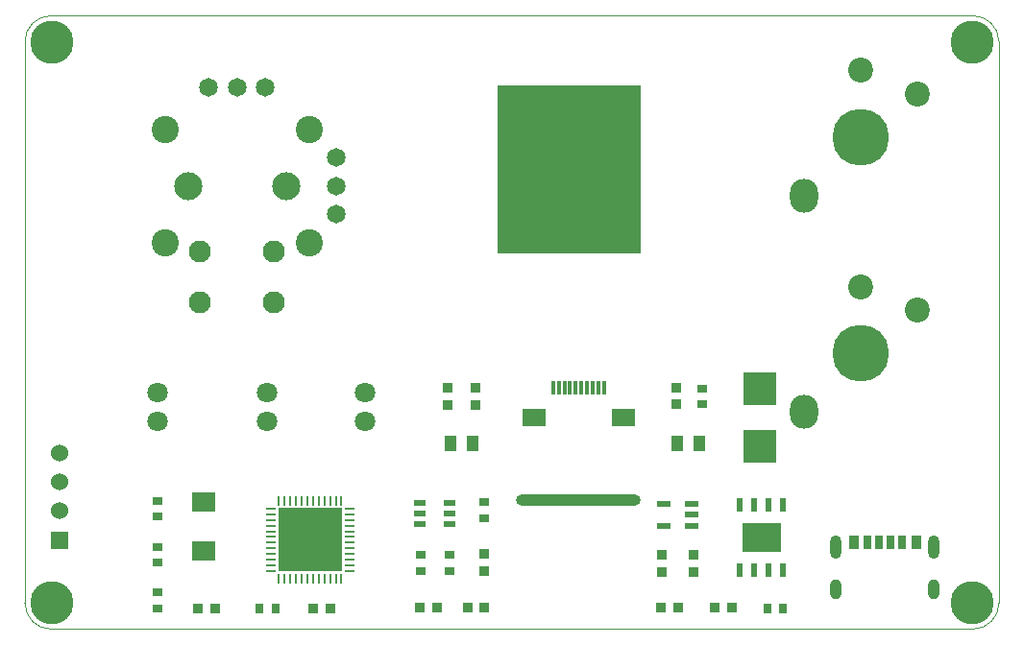
<source format=gbr>
%TF.GenerationSoftware,KiCad,Pcbnew,(6.0.2)*%
%TF.CreationDate,2022-03-14T13:43:41+08:00*%
%TF.ProjectId,game,67616d65-2e6b-4696-9361-645f70636258,0.1*%
%TF.SameCoordinates,Original*%
%TF.FileFunction,Soldermask,Bot*%
%TF.FilePolarity,Negative*%
%FSLAX46Y46*%
G04 Gerber Fmt 4.6, Leading zero omitted, Abs format (unit mm)*
G04 Created by KiCad (PCBNEW (6.0.2)) date 2022-03-14 13:43:41*
%MOMM*%
%LPD*%
G01*
G04 APERTURE LIST*
G04 Aperture macros list*
%AMRoundRect*
0 Rectangle with rounded corners*
0 $1 Rounding radius*
0 $2 $3 $4 $5 $6 $7 $8 $9 X,Y pos of 4 corners*
0 Add a 4 corners polygon primitive as box body*
4,1,4,$2,$3,$4,$5,$6,$7,$8,$9,$2,$3,0*
0 Add four circle primitives for the rounded corners*
1,1,$1+$1,$2,$3*
1,1,$1+$1,$4,$5*
1,1,$1+$1,$6,$7*
1,1,$1+$1,$8,$9*
0 Add four rect primitives between the rounded corners*
20,1,$1+$1,$2,$3,$4,$5,0*
20,1,$1+$1,$4,$5,$6,$7,0*
20,1,$1+$1,$6,$7,$8,$9,0*
20,1,$1+$1,$8,$9,$2,$3,0*%
G04 Aperture macros list end*
%TA.AperFunction,Profile*%
%ADD10C,0.100000*%
%TD*%
%ADD11C,0.010000*%
%ADD12C,3.800000*%
%ADD13C,1.950000*%
%ADD14C,1.650000*%
%ADD15C,2.400000*%
%ADD16C,2.475000*%
%ADD17C,5.000000*%
%ADD18O,2.500000X3.000000*%
%ADD19C,2.200000*%
%ADD20C,1.800000*%
%ADD21C,1.524000*%
%ADD22R,1.524000X1.524000*%
%ADD23R,2.032000X1.778000*%
%ADD24R,0.864000X0.806000*%
%ADD25RoundRect,0.062500X-0.062500X0.375000X-0.062500X-0.375000X0.062500X-0.375000X0.062500X0.375000X0*%
%ADD26RoundRect,0.062500X-0.375000X0.062500X-0.375000X-0.062500X0.375000X-0.062500X0.375000X0.062500X0*%
%ADD27R,5.600000X5.600000*%
%ADD28R,0.900000X0.800000*%
%ADD29O,1.000000X2.100000*%
%ADD30O,1.000000X1.800000*%
%ADD31R,0.700000X1.200000*%
%ADD32R,0.800000X1.200000*%
%ADD33R,0.900000X1.200000*%
%ADD34O,11.000000X1.000000*%
%ADD35R,0.300000X1.300000*%
%ADD36R,2.000000X1.600000*%
%ADD37R,1.150000X0.600000*%
%ADD38R,0.806000X0.864000*%
%ADD39R,1.133000X1.377000*%
%ADD40R,0.800000X0.900000*%
%ADD41R,1.100000X0.600000*%
%ADD42R,0.600000X1.200000*%
%ADD43R,3.500000X2.500000*%
%ADD44R,3.000000X3.000000*%
G04 APERTURE END LIST*
D10*
X109550200Y-123291600D02*
X190830200Y-123291600D01*
X190830200Y-123291600D02*
G75*
G03*
X193116200Y-121005600I0J2286000D01*
G01*
X193116200Y-71475600D02*
X193116200Y-121005600D01*
X107264200Y-71475600D02*
X107264200Y-121005600D01*
X193116200Y-71475600D02*
G75*
G03*
X190830200Y-69189600I-2286000J0D01*
G01*
X109550200Y-69189600D02*
X190830200Y-69189600D01*
X107264200Y-121005600D02*
G75*
G03*
X109550200Y-123291600I2286000J0D01*
G01*
X109550200Y-69189600D02*
G75*
G03*
X107264200Y-71475600I0J-2286000D01*
G01*
D11*
%TO.C,Ref\u002A\u002A*%
X161493200Y-90093800D02*
X148899033Y-90093800D01*
X148899033Y-90093800D02*
X148899033Y-75298300D01*
X148899033Y-75298300D02*
X161493200Y-75298300D01*
X161493200Y-75298300D02*
X161493200Y-90093800D01*
X161493200Y-90093800D02*
X161493200Y-90093800D01*
G36*
X161493200Y-90093800D02*
G01*
X148899033Y-90093800D01*
X148899033Y-75298300D01*
X161493200Y-75298300D01*
X161493200Y-90093800D01*
G37*
X161493200Y-90093800D02*
X148899033Y-90093800D01*
X148899033Y-75298300D01*
X161493200Y-75298300D01*
X161493200Y-90093800D01*
%TD*%
D12*
%TO.C,Mt\u002A\u002A*%
X109601000Y-71526400D03*
%TD*%
%TO.C,Mt\u002A\u002A*%
X190779400Y-71526400D03*
%TD*%
D13*
%TO.C,S1*%
X122716200Y-89965600D03*
D14*
X134696200Y-86715600D03*
X134696200Y-84215600D03*
X134696200Y-81715600D03*
D13*
X122716200Y-94465600D03*
D14*
X128466200Y-75485600D03*
X125966200Y-75485600D03*
X123466200Y-75485600D03*
D13*
X129216200Y-89965600D03*
X129216200Y-94465600D03*
D15*
X119641200Y-89215600D03*
X119641200Y-79215600D03*
X132291200Y-89215600D03*
X132291200Y-79215600D03*
D16*
X121666200Y-84215600D03*
X130266200Y-84215600D03*
%TD*%
D12*
%TO.C,Mt\u002A\u002A*%
X190779400Y-120954800D03*
%TD*%
D17*
%TO.C,S3*%
X180898800Y-98983800D03*
D18*
X175898800Y-104133800D03*
D19*
X180898800Y-93083800D03*
X185898800Y-95183800D03*
%TD*%
D20*
%TO.C,JP1*%
X118948200Y-105003600D03*
X118948200Y-102463600D03*
%TD*%
D12*
%TO.C,Mt\u002A\u002A*%
X109601000Y-120954800D03*
%TD*%
D21*
%TO.C,P1*%
X110312200Y-107797600D03*
X110312200Y-110337600D03*
X110312200Y-112877600D03*
D22*
X110312200Y-115481600D03*
%TD*%
D20*
%TO.C,JP2*%
X137236200Y-102463600D03*
X137236200Y-105003600D03*
%TD*%
D17*
%TO.C,S2*%
X180898800Y-79883000D03*
D18*
X175898800Y-85033000D03*
D19*
X180898800Y-73983000D03*
X185898800Y-76083000D03*
%TD*%
D23*
%TO.C,Y1*%
X123012200Y-116368600D03*
X123012200Y-112050600D03*
%TD*%
D24*
%TO.C,R1*%
X164642800Y-101964600D03*
X164642800Y-103470600D03*
%TD*%
D25*
%TO.C,U1*%
X129660200Y-111980100D03*
X130160200Y-111980100D03*
X130660200Y-111980100D03*
X131160200Y-111980100D03*
X131660200Y-111980100D03*
X132160200Y-111980100D03*
X132660200Y-111980100D03*
X133160200Y-111980100D03*
X133660200Y-111980100D03*
X134160200Y-111980100D03*
X134660200Y-111980100D03*
X135160200Y-111980100D03*
D26*
X135847700Y-112667600D03*
X135847700Y-113167600D03*
X135847700Y-113667600D03*
X135847700Y-114167600D03*
X135847700Y-114667600D03*
X135847700Y-115167600D03*
X135847700Y-115667600D03*
X135847700Y-116167600D03*
X135847700Y-116667600D03*
X135847700Y-117167600D03*
X135847700Y-117667600D03*
X135847700Y-118167600D03*
D25*
X135160200Y-118855100D03*
X134660200Y-118855100D03*
X134160200Y-118855100D03*
X133660200Y-118855100D03*
X133160200Y-118855100D03*
X132660200Y-118855100D03*
X132160200Y-118855100D03*
X131660200Y-118855100D03*
X131160200Y-118855100D03*
X130660200Y-118855100D03*
X130160200Y-118855100D03*
X129660200Y-118855100D03*
D26*
X128972700Y-118167600D03*
X128972700Y-117667600D03*
X128972700Y-117167600D03*
X128972700Y-116667600D03*
X128972700Y-116167600D03*
X128972700Y-115667600D03*
X128972700Y-115167600D03*
X128972700Y-114667600D03*
X128972700Y-114167600D03*
X128972700Y-113667600D03*
X128972700Y-113167600D03*
X128972700Y-112667600D03*
D27*
X132410200Y-115417600D03*
%TD*%
D28*
%TO.C,C3*%
X118948200Y-113385600D03*
X118948200Y-111985600D03*
%TD*%
D29*
%TO.C,J2*%
X187375800Y-116061000D03*
X178735800Y-116061000D03*
D30*
X187375800Y-119761000D03*
X178735800Y-119761000D03*
D31*
X183555800Y-115661000D03*
D32*
X181535800Y-115661000D03*
D33*
X180305800Y-115661000D03*
D31*
X182555800Y-115661000D03*
D32*
X184575800Y-115661000D03*
D33*
X185805800Y-115661000D03*
%TD*%
D34*
%TO.C,J1*%
X156032200Y-111887600D03*
D35*
X158307200Y-101987600D03*
X157807200Y-101987600D03*
X157307200Y-101987600D03*
X156807200Y-101987600D03*
X156307200Y-101987600D03*
X155807200Y-101987600D03*
X155307200Y-101987600D03*
X154807200Y-101987600D03*
X154307200Y-101987600D03*
X153807200Y-101987600D03*
D36*
X160007200Y-104667600D03*
X152107200Y-104667600D03*
%TD*%
D37*
%TO.C,IC1*%
X166028800Y-112257800D03*
X166028800Y-113207800D03*
X166028800Y-114157800D03*
X163528800Y-114157800D03*
X163528800Y-112257800D03*
%TD*%
D24*
%TO.C,R2*%
X144500600Y-102031800D03*
X144500600Y-103537800D03*
%TD*%
%TO.C,R6*%
X163407200Y-116738400D03*
X163407200Y-118244400D03*
%TD*%
D38*
%TO.C,R11*%
X124028200Y-121513600D03*
X122522200Y-121513600D03*
%TD*%
%TO.C,R7*%
X147777200Y-121412000D03*
X146271200Y-121412000D03*
%TD*%
D24*
%TO.C,R8*%
X147751800Y-116680200D03*
X147751800Y-118186200D03*
%TD*%
D38*
%TO.C,R9*%
X163331000Y-121437400D03*
X164837000Y-121437400D03*
%TD*%
D28*
%TO.C,C5*%
X144678400Y-118138400D03*
X144678400Y-116738400D03*
%TD*%
D38*
%TO.C,R4*%
X168080800Y-121437400D03*
X169586800Y-121437400D03*
%TD*%
D24*
%TO.C,R3*%
X146939000Y-102015400D03*
X146939000Y-103521400D03*
%TD*%
D39*
%TO.C,FB1*%
X164794400Y-106908600D03*
X166726400Y-106908600D03*
%TD*%
%TO.C,FB2*%
X144753800Y-106919800D03*
X146685800Y-106919800D03*
%TD*%
D40*
%TO.C,C4*%
X172682600Y-121488200D03*
X174082600Y-121488200D03*
%TD*%
D28*
%TO.C,C6*%
X142138400Y-116738400D03*
X142138400Y-118138400D03*
%TD*%
D41*
%TO.C,IC2*%
X144683000Y-112130800D03*
X144683000Y-113080800D03*
X144683000Y-114030800D03*
X142083000Y-114030800D03*
X142083000Y-113080800D03*
X142083000Y-112130800D03*
%TD*%
D38*
%TO.C,R12*%
X134188200Y-121513600D03*
X132682200Y-121513600D03*
%TD*%
D28*
%TO.C,C7*%
X118948200Y-121451600D03*
X118948200Y-120051600D03*
%TD*%
D40*
%TO.C,C8*%
X127962200Y-121513600D03*
X129362200Y-121513600D03*
%TD*%
D24*
%TO.C,R5*%
X166201200Y-116747400D03*
X166201200Y-118253400D03*
%TD*%
D28*
%TO.C,C9*%
X118948200Y-116049600D03*
X118948200Y-117449600D03*
%TD*%
D42*
%TO.C,IC3*%
X174091600Y-118122400D03*
X172821600Y-118122400D03*
X171551600Y-118122400D03*
X170281600Y-118122400D03*
X170281600Y-112306400D03*
X171551600Y-112306400D03*
X172821600Y-112306400D03*
X174091600Y-112306400D03*
D43*
X172186600Y-115214400D03*
%TD*%
D44*
%TO.C,B1*%
X172008800Y-102133400D03*
X172008800Y-107213400D03*
%TD*%
D28*
%TO.C,C1*%
X166928800Y-102057200D03*
X166928800Y-103457200D03*
%TD*%
D20*
%TO.C,JP3*%
X128600200Y-102463600D03*
X128600200Y-105003600D03*
%TD*%
D28*
%TO.C,C2*%
X147751800Y-113512600D03*
X147751800Y-112112600D03*
%TD*%
D38*
%TO.C,R10*%
X143560800Y-121412000D03*
X142054800Y-121412000D03*
%TD*%
M02*

</source>
